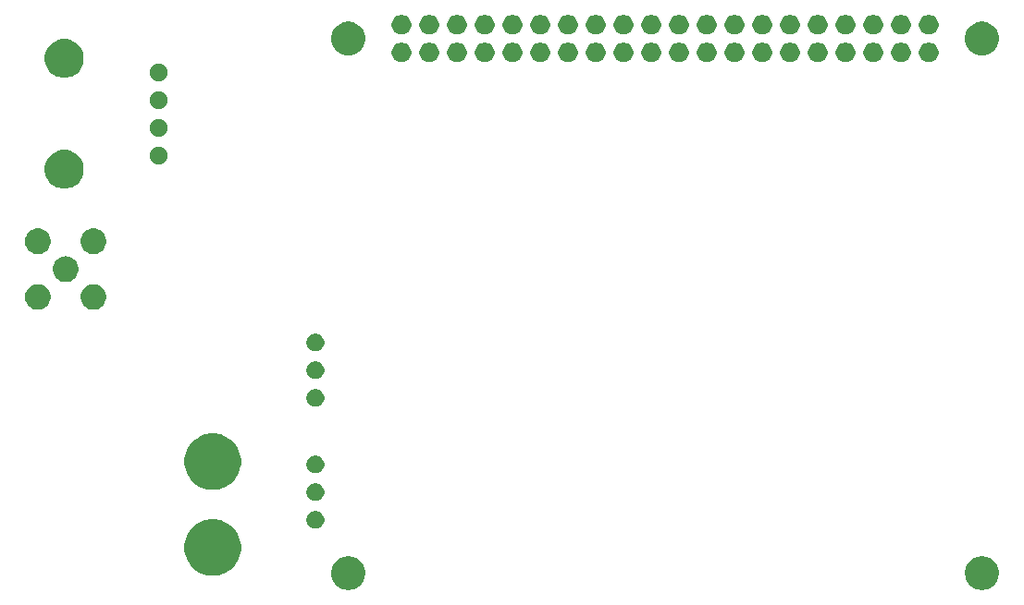
<source format=gbr>
G04 #@! TF.GenerationSoftware,KiCad,Pcbnew,(5.1.4)-1*
G04 #@! TF.CreationDate,2021-01-10T04:06:40-06:00*
G04 #@! TF.ProjectId,Navboard_hardware,4e617662-6f61-4726-945f-686172647761,rev?*
G04 #@! TF.SameCoordinates,Original*
G04 #@! TF.FileFunction,Soldermask,Bot*
G04 #@! TF.FilePolarity,Negative*
%FSLAX46Y46*%
G04 Gerber Fmt 4.6, Leading zero omitted, Abs format (unit mm)*
G04 Created by KiCad (PCBNEW (5.1.4)-1) date 2021-01-10 04:06:40*
%MOMM*%
%LPD*%
G04 APERTURE LIST*
%ADD10C,0.100000*%
G04 APERTURE END LIST*
D10*
G36*
X182974585Y-88326802D02*
G01*
X183124410Y-88356604D01*
X183406674Y-88473521D01*
X183660705Y-88643259D01*
X183876741Y-88859295D01*
X184046479Y-89113326D01*
X184163396Y-89395590D01*
X184163396Y-89395591D01*
X184223000Y-89695239D01*
X184223000Y-90000761D01*
X184193198Y-90150585D01*
X184163396Y-90300410D01*
X184046479Y-90582674D01*
X183876741Y-90836705D01*
X183660705Y-91052741D01*
X183406674Y-91222479D01*
X183124410Y-91339396D01*
X182974585Y-91369198D01*
X182824761Y-91399000D01*
X182519239Y-91399000D01*
X182369415Y-91369198D01*
X182219590Y-91339396D01*
X181937326Y-91222479D01*
X181683295Y-91052741D01*
X181467259Y-90836705D01*
X181297521Y-90582674D01*
X181180604Y-90300410D01*
X181150802Y-90150585D01*
X181121000Y-90000761D01*
X181121000Y-89695239D01*
X181180604Y-89395591D01*
X181180604Y-89395590D01*
X181297521Y-89113326D01*
X181467259Y-88859295D01*
X181683295Y-88643259D01*
X181937326Y-88473521D01*
X182219590Y-88356604D01*
X182369415Y-88326802D01*
X182519239Y-88297000D01*
X182824761Y-88297000D01*
X182974585Y-88326802D01*
X182974585Y-88326802D01*
G37*
G36*
X124974585Y-88326802D02*
G01*
X125124410Y-88356604D01*
X125406674Y-88473521D01*
X125660705Y-88643259D01*
X125876741Y-88859295D01*
X126046479Y-89113326D01*
X126163396Y-89395590D01*
X126163396Y-89395591D01*
X126223000Y-89695239D01*
X126223000Y-90000761D01*
X126193198Y-90150585D01*
X126163396Y-90300410D01*
X126046479Y-90582674D01*
X125876741Y-90836705D01*
X125660705Y-91052741D01*
X125406674Y-91222479D01*
X125124410Y-91339396D01*
X124974585Y-91369198D01*
X124824761Y-91399000D01*
X124519239Y-91399000D01*
X124369415Y-91369198D01*
X124219590Y-91339396D01*
X123937326Y-91222479D01*
X123683295Y-91052741D01*
X123467259Y-90836705D01*
X123297521Y-90582674D01*
X123180604Y-90300410D01*
X123150802Y-90150585D01*
X123121000Y-90000761D01*
X123121000Y-89695239D01*
X123180604Y-89395591D01*
X123180604Y-89395590D01*
X123297521Y-89113326D01*
X123467259Y-88859295D01*
X123683295Y-88643259D01*
X123937326Y-88473521D01*
X124219590Y-88356604D01*
X124369415Y-88326802D01*
X124519239Y-88297000D01*
X124824761Y-88297000D01*
X124974585Y-88326802D01*
X124974585Y-88326802D01*
G37*
G36*
X112856908Y-84978380D02*
G01*
X113023767Y-85011570D01*
X113495299Y-85206885D01*
X113706641Y-85348100D01*
X113919666Y-85490438D01*
X114280562Y-85851334D01*
X114401927Y-86032971D01*
X114564115Y-86275701D01*
X114759430Y-86747233D01*
X114859000Y-87247809D01*
X114859000Y-87758191D01*
X114759430Y-88258767D01*
X114564115Y-88730299D01*
X114401927Y-88973029D01*
X114280562Y-89154666D01*
X113919666Y-89515562D01*
X113738029Y-89636927D01*
X113495299Y-89799115D01*
X113023767Y-89994430D01*
X112856908Y-90027620D01*
X112523193Y-90094000D01*
X112012807Y-90094000D01*
X111679092Y-90027620D01*
X111512233Y-89994430D01*
X111040701Y-89799115D01*
X110797971Y-89636927D01*
X110616334Y-89515562D01*
X110255438Y-89154666D01*
X110134073Y-88973029D01*
X109971885Y-88730299D01*
X109776570Y-88258767D01*
X109677000Y-87758191D01*
X109677000Y-87247809D01*
X109776570Y-86747233D01*
X109971885Y-86275701D01*
X110134073Y-86032971D01*
X110255438Y-85851334D01*
X110616334Y-85490438D01*
X110829359Y-85348100D01*
X111040701Y-85206885D01*
X111512233Y-85011570D01*
X111679092Y-84978380D01*
X112012807Y-84912000D01*
X112523193Y-84912000D01*
X112856908Y-84978380D01*
X112856908Y-84978380D01*
G37*
G36*
X121903142Y-84181242D02*
G01*
X122051101Y-84242529D01*
X122184255Y-84331499D01*
X122297501Y-84444745D01*
X122386471Y-84577899D01*
X122447758Y-84725858D01*
X122479000Y-84882925D01*
X122479000Y-85043075D01*
X122447758Y-85200142D01*
X122386471Y-85348101D01*
X122297501Y-85481255D01*
X122184255Y-85594501D01*
X122051101Y-85683471D01*
X121903142Y-85744758D01*
X121746075Y-85776000D01*
X121585925Y-85776000D01*
X121428858Y-85744758D01*
X121280899Y-85683471D01*
X121147745Y-85594501D01*
X121034499Y-85481255D01*
X120945529Y-85348101D01*
X120884242Y-85200142D01*
X120853000Y-85043075D01*
X120853000Y-84882925D01*
X120884242Y-84725858D01*
X120945529Y-84577899D01*
X121034499Y-84444745D01*
X121147745Y-84331499D01*
X121280899Y-84242529D01*
X121428858Y-84181242D01*
X121585925Y-84150000D01*
X121746075Y-84150000D01*
X121903142Y-84181242D01*
X121903142Y-84181242D01*
G37*
G36*
X121903142Y-81641242D02*
G01*
X122051101Y-81702529D01*
X122184255Y-81791499D01*
X122297501Y-81904745D01*
X122386471Y-82037899D01*
X122447758Y-82185858D01*
X122479000Y-82342925D01*
X122479000Y-82503075D01*
X122447758Y-82660142D01*
X122386471Y-82808101D01*
X122297501Y-82941255D01*
X122184255Y-83054501D01*
X122051101Y-83143471D01*
X121903142Y-83204758D01*
X121746075Y-83236000D01*
X121585925Y-83236000D01*
X121428858Y-83204758D01*
X121280899Y-83143471D01*
X121147745Y-83054501D01*
X121034499Y-82941255D01*
X120945529Y-82808101D01*
X120884242Y-82660142D01*
X120853000Y-82503075D01*
X120853000Y-82342925D01*
X120884242Y-82185858D01*
X120945529Y-82037899D01*
X121034499Y-81904745D01*
X121147745Y-81791499D01*
X121280899Y-81702529D01*
X121428858Y-81641242D01*
X121585925Y-81610000D01*
X121746075Y-81610000D01*
X121903142Y-81641242D01*
X121903142Y-81641242D01*
G37*
G36*
X112856908Y-77104380D02*
G01*
X113023767Y-77137570D01*
X113495299Y-77332885D01*
X113738029Y-77495073D01*
X113919666Y-77616438D01*
X114280562Y-77977334D01*
X114401927Y-78158971D01*
X114564115Y-78401701D01*
X114759430Y-78873233D01*
X114759430Y-78873234D01*
X114859000Y-79373807D01*
X114859000Y-79884193D01*
X114843309Y-79963075D01*
X114759430Y-80384767D01*
X114564115Y-80856299D01*
X114401927Y-81099029D01*
X114280562Y-81280666D01*
X113919666Y-81641562D01*
X113738029Y-81762927D01*
X113495299Y-81925115D01*
X113023767Y-82120430D01*
X112856908Y-82153620D01*
X112523193Y-82220000D01*
X112012807Y-82220000D01*
X111679092Y-82153620D01*
X111512233Y-82120430D01*
X111040701Y-81925115D01*
X110797971Y-81762927D01*
X110616334Y-81641562D01*
X110255438Y-81280666D01*
X110134073Y-81099029D01*
X109971885Y-80856299D01*
X109776570Y-80384767D01*
X109692691Y-79963075D01*
X109677000Y-79884193D01*
X109677000Y-79373807D01*
X109776570Y-78873234D01*
X109776570Y-78873233D01*
X109971885Y-78401701D01*
X110134073Y-78158971D01*
X110255438Y-77977334D01*
X110616334Y-77616438D01*
X110797971Y-77495073D01*
X111040701Y-77332885D01*
X111512233Y-77137570D01*
X111679092Y-77104380D01*
X112012807Y-77038000D01*
X112523193Y-77038000D01*
X112856908Y-77104380D01*
X112856908Y-77104380D01*
G37*
G36*
X121903142Y-79101242D02*
G01*
X122051101Y-79162529D01*
X122184255Y-79251499D01*
X122297501Y-79364745D01*
X122386471Y-79497899D01*
X122447758Y-79645858D01*
X122479000Y-79802925D01*
X122479000Y-79963075D01*
X122447758Y-80120142D01*
X122386471Y-80268101D01*
X122297501Y-80401255D01*
X122184255Y-80514501D01*
X122051101Y-80603471D01*
X121903142Y-80664758D01*
X121746075Y-80696000D01*
X121585925Y-80696000D01*
X121428858Y-80664758D01*
X121280899Y-80603471D01*
X121147745Y-80514501D01*
X121034499Y-80401255D01*
X120945529Y-80268101D01*
X120884242Y-80120142D01*
X120853000Y-79963075D01*
X120853000Y-79802925D01*
X120884242Y-79645858D01*
X120945529Y-79497899D01*
X121034499Y-79364745D01*
X121147745Y-79251499D01*
X121280899Y-79162529D01*
X121428858Y-79101242D01*
X121585925Y-79070000D01*
X121746075Y-79070000D01*
X121903142Y-79101242D01*
X121903142Y-79101242D01*
G37*
G36*
X121903142Y-73005242D02*
G01*
X122051101Y-73066529D01*
X122184255Y-73155499D01*
X122297501Y-73268745D01*
X122386471Y-73401899D01*
X122447758Y-73549858D01*
X122479000Y-73706925D01*
X122479000Y-73867075D01*
X122447758Y-74024142D01*
X122386471Y-74172101D01*
X122297501Y-74305255D01*
X122184255Y-74418501D01*
X122051101Y-74507471D01*
X121903142Y-74568758D01*
X121746075Y-74600000D01*
X121585925Y-74600000D01*
X121428858Y-74568758D01*
X121280899Y-74507471D01*
X121147745Y-74418501D01*
X121034499Y-74305255D01*
X120945529Y-74172101D01*
X120884242Y-74024142D01*
X120853000Y-73867075D01*
X120853000Y-73706925D01*
X120884242Y-73549858D01*
X120945529Y-73401899D01*
X121034499Y-73268745D01*
X121147745Y-73155499D01*
X121280899Y-73066529D01*
X121428858Y-73005242D01*
X121585925Y-72974000D01*
X121746075Y-72974000D01*
X121903142Y-73005242D01*
X121903142Y-73005242D01*
G37*
G36*
X121903142Y-70465242D02*
G01*
X122051101Y-70526529D01*
X122184255Y-70615499D01*
X122297501Y-70728745D01*
X122386471Y-70861899D01*
X122447758Y-71009858D01*
X122479000Y-71166925D01*
X122479000Y-71327075D01*
X122447758Y-71484142D01*
X122386471Y-71632101D01*
X122297501Y-71765255D01*
X122184255Y-71878501D01*
X122051101Y-71967471D01*
X121903142Y-72028758D01*
X121746075Y-72060000D01*
X121585925Y-72060000D01*
X121428858Y-72028758D01*
X121280899Y-71967471D01*
X121147745Y-71878501D01*
X121034499Y-71765255D01*
X120945529Y-71632101D01*
X120884242Y-71484142D01*
X120853000Y-71327075D01*
X120853000Y-71166925D01*
X120884242Y-71009858D01*
X120945529Y-70861899D01*
X121034499Y-70728745D01*
X121147745Y-70615499D01*
X121280899Y-70526529D01*
X121428858Y-70465242D01*
X121585925Y-70434000D01*
X121746075Y-70434000D01*
X121903142Y-70465242D01*
X121903142Y-70465242D01*
G37*
G36*
X121903142Y-67925242D02*
G01*
X122051101Y-67986529D01*
X122184255Y-68075499D01*
X122297501Y-68188745D01*
X122386471Y-68321899D01*
X122447758Y-68469858D01*
X122479000Y-68626925D01*
X122479000Y-68787075D01*
X122447758Y-68944142D01*
X122386471Y-69092101D01*
X122297501Y-69225255D01*
X122184255Y-69338501D01*
X122051101Y-69427471D01*
X121903142Y-69488758D01*
X121746075Y-69520000D01*
X121585925Y-69520000D01*
X121428858Y-69488758D01*
X121280899Y-69427471D01*
X121147745Y-69338501D01*
X121034499Y-69225255D01*
X120945529Y-69092101D01*
X120884242Y-68944142D01*
X120853000Y-68787075D01*
X120853000Y-68626925D01*
X120884242Y-68469858D01*
X120945529Y-68321899D01*
X121034499Y-68188745D01*
X121147745Y-68075499D01*
X121280899Y-67986529D01*
X121428858Y-67925242D01*
X121585925Y-67894000D01*
X121746075Y-67894000D01*
X121903142Y-67925242D01*
X121903142Y-67925242D01*
G37*
G36*
X101547560Y-63365064D02*
G01*
X101699027Y-63395193D01*
X101913045Y-63483842D01*
X101913046Y-63483843D01*
X102105654Y-63612539D01*
X102269461Y-63776346D01*
X102355258Y-63904751D01*
X102398158Y-63968955D01*
X102486807Y-64182973D01*
X102532000Y-64410174D01*
X102532000Y-64641826D01*
X102486807Y-64869027D01*
X102398158Y-65083045D01*
X102398157Y-65083046D01*
X102269461Y-65275654D01*
X102105654Y-65439461D01*
X101977249Y-65525258D01*
X101913045Y-65568158D01*
X101699027Y-65656807D01*
X101547560Y-65686936D01*
X101471827Y-65702000D01*
X101240173Y-65702000D01*
X101164440Y-65686936D01*
X101012973Y-65656807D01*
X100798955Y-65568158D01*
X100734751Y-65525258D01*
X100606346Y-65439461D01*
X100442539Y-65275654D01*
X100313843Y-65083046D01*
X100313842Y-65083045D01*
X100225193Y-64869027D01*
X100180000Y-64641826D01*
X100180000Y-64410174D01*
X100225193Y-64182973D01*
X100313842Y-63968955D01*
X100356742Y-63904751D01*
X100442539Y-63776346D01*
X100606346Y-63612539D01*
X100798954Y-63483843D01*
X100798955Y-63483842D01*
X101012973Y-63395193D01*
X101164440Y-63365064D01*
X101240173Y-63350000D01*
X101471827Y-63350000D01*
X101547560Y-63365064D01*
X101547560Y-63365064D01*
G37*
G36*
X96447560Y-63365064D02*
G01*
X96599027Y-63395193D01*
X96813045Y-63483842D01*
X96813046Y-63483843D01*
X97005654Y-63612539D01*
X97169461Y-63776346D01*
X97255258Y-63904751D01*
X97298158Y-63968955D01*
X97386807Y-64182973D01*
X97432000Y-64410174D01*
X97432000Y-64641826D01*
X97386807Y-64869027D01*
X97298158Y-65083045D01*
X97298157Y-65083046D01*
X97169461Y-65275654D01*
X97005654Y-65439461D01*
X96877249Y-65525258D01*
X96813045Y-65568158D01*
X96599027Y-65656807D01*
X96447560Y-65686936D01*
X96371827Y-65702000D01*
X96140173Y-65702000D01*
X96064440Y-65686936D01*
X95912973Y-65656807D01*
X95698955Y-65568158D01*
X95634751Y-65525258D01*
X95506346Y-65439461D01*
X95342539Y-65275654D01*
X95213843Y-65083046D01*
X95213842Y-65083045D01*
X95125193Y-64869027D01*
X95080000Y-64641826D01*
X95080000Y-64410174D01*
X95125193Y-64182973D01*
X95213842Y-63968955D01*
X95256742Y-63904751D01*
X95342539Y-63776346D01*
X95506346Y-63612539D01*
X95698954Y-63483843D01*
X95698955Y-63483842D01*
X95912973Y-63395193D01*
X96064440Y-63365064D01*
X96140173Y-63350000D01*
X96371827Y-63350000D01*
X96447560Y-63365064D01*
X96447560Y-63365064D01*
G37*
G36*
X98997560Y-60815064D02*
G01*
X99149027Y-60845193D01*
X99363045Y-60933842D01*
X99363046Y-60933843D01*
X99555654Y-61062539D01*
X99719461Y-61226346D01*
X99805258Y-61354751D01*
X99848158Y-61418955D01*
X99936807Y-61632973D01*
X99982000Y-61860174D01*
X99982000Y-62091826D01*
X99936807Y-62319027D01*
X99848158Y-62533045D01*
X99848157Y-62533046D01*
X99719461Y-62725654D01*
X99555654Y-62889461D01*
X99427249Y-62975258D01*
X99363045Y-63018158D01*
X99149027Y-63106807D01*
X98997560Y-63136936D01*
X98921827Y-63152000D01*
X98690173Y-63152000D01*
X98614440Y-63136936D01*
X98462973Y-63106807D01*
X98248955Y-63018158D01*
X98184751Y-62975258D01*
X98056346Y-62889461D01*
X97892539Y-62725654D01*
X97763843Y-62533046D01*
X97763842Y-62533045D01*
X97675193Y-62319027D01*
X97630000Y-62091826D01*
X97630000Y-61860174D01*
X97675193Y-61632973D01*
X97763842Y-61418955D01*
X97806742Y-61354751D01*
X97892539Y-61226346D01*
X98056346Y-61062539D01*
X98248954Y-60933843D01*
X98248955Y-60933842D01*
X98462973Y-60845193D01*
X98614440Y-60815064D01*
X98690173Y-60800000D01*
X98921827Y-60800000D01*
X98997560Y-60815064D01*
X98997560Y-60815064D01*
G37*
G36*
X101547560Y-58265064D02*
G01*
X101699027Y-58295193D01*
X101913045Y-58383842D01*
X101913046Y-58383843D01*
X102105654Y-58512539D01*
X102269461Y-58676346D01*
X102355258Y-58804751D01*
X102398158Y-58868955D01*
X102486807Y-59082973D01*
X102532000Y-59310174D01*
X102532000Y-59541826D01*
X102486807Y-59769027D01*
X102398158Y-59983045D01*
X102398157Y-59983046D01*
X102269461Y-60175654D01*
X102105654Y-60339461D01*
X101977249Y-60425258D01*
X101913045Y-60468158D01*
X101699027Y-60556807D01*
X101547560Y-60586936D01*
X101471827Y-60602000D01*
X101240173Y-60602000D01*
X101164440Y-60586936D01*
X101012973Y-60556807D01*
X100798955Y-60468158D01*
X100734751Y-60425258D01*
X100606346Y-60339461D01*
X100442539Y-60175654D01*
X100313843Y-59983046D01*
X100313842Y-59983045D01*
X100225193Y-59769027D01*
X100180000Y-59541826D01*
X100180000Y-59310174D01*
X100225193Y-59082973D01*
X100313842Y-58868955D01*
X100356742Y-58804751D01*
X100442539Y-58676346D01*
X100606346Y-58512539D01*
X100798954Y-58383843D01*
X100798955Y-58383842D01*
X101012973Y-58295193D01*
X101164440Y-58265064D01*
X101240173Y-58250000D01*
X101471827Y-58250000D01*
X101547560Y-58265064D01*
X101547560Y-58265064D01*
G37*
G36*
X96447560Y-58265064D02*
G01*
X96599027Y-58295193D01*
X96813045Y-58383842D01*
X96813046Y-58383843D01*
X97005654Y-58512539D01*
X97169461Y-58676346D01*
X97255258Y-58804751D01*
X97298158Y-58868955D01*
X97386807Y-59082973D01*
X97432000Y-59310174D01*
X97432000Y-59541826D01*
X97386807Y-59769027D01*
X97298158Y-59983045D01*
X97298157Y-59983046D01*
X97169461Y-60175654D01*
X97005654Y-60339461D01*
X96877249Y-60425258D01*
X96813045Y-60468158D01*
X96599027Y-60556807D01*
X96447560Y-60586936D01*
X96371827Y-60602000D01*
X96140173Y-60602000D01*
X96064440Y-60586936D01*
X95912973Y-60556807D01*
X95698955Y-60468158D01*
X95634751Y-60425258D01*
X95506346Y-60339461D01*
X95342539Y-60175654D01*
X95213843Y-59983046D01*
X95213842Y-59983045D01*
X95125193Y-59769027D01*
X95080000Y-59541826D01*
X95080000Y-59310174D01*
X95125193Y-59082973D01*
X95213842Y-58868955D01*
X95256742Y-58804751D01*
X95342539Y-58676346D01*
X95506346Y-58512539D01*
X95698954Y-58383843D01*
X95698955Y-58383842D01*
X95912973Y-58295193D01*
X96064440Y-58265064D01*
X96140173Y-58250000D01*
X96371827Y-58250000D01*
X96447560Y-58265064D01*
X96447560Y-58265064D01*
G37*
G36*
X99197039Y-51124250D02*
G01*
X99386372Y-51202675D01*
X99520251Y-51258129D01*
X99811134Y-51452491D01*
X100058509Y-51699866D01*
X100252871Y-51990749D01*
X100252871Y-51990750D01*
X100386750Y-52313961D01*
X100455000Y-52657078D01*
X100455000Y-53006922D01*
X100386750Y-53350039D01*
X100308325Y-53539372D01*
X100252871Y-53673251D01*
X100058509Y-53964134D01*
X99811134Y-54211509D01*
X99520251Y-54405871D01*
X99386372Y-54461325D01*
X99197039Y-54539750D01*
X98853922Y-54608000D01*
X98504078Y-54608000D01*
X98160961Y-54539750D01*
X97971628Y-54461325D01*
X97837749Y-54405871D01*
X97546866Y-54211509D01*
X97299491Y-53964134D01*
X97105129Y-53673251D01*
X97049675Y-53539372D01*
X96971250Y-53350039D01*
X96903000Y-53006922D01*
X96903000Y-52657078D01*
X96971250Y-52313961D01*
X97105129Y-51990750D01*
X97105129Y-51990749D01*
X97299491Y-51699866D01*
X97546866Y-51452491D01*
X97837749Y-51258129D01*
X97971628Y-51202675D01*
X98160961Y-51124250D01*
X98504078Y-51056000D01*
X98853922Y-51056000D01*
X99197039Y-51124250D01*
X99197039Y-51124250D01*
G37*
G36*
X107552142Y-50780242D02*
G01*
X107700101Y-50841529D01*
X107833255Y-50930499D01*
X107946501Y-51043745D01*
X108035471Y-51176899D01*
X108096758Y-51324858D01*
X108128000Y-51481925D01*
X108128000Y-51642075D01*
X108096758Y-51799142D01*
X108035471Y-51947101D01*
X107946501Y-52080255D01*
X107833255Y-52193501D01*
X107700101Y-52282471D01*
X107552142Y-52343758D01*
X107395075Y-52375000D01*
X107234925Y-52375000D01*
X107077858Y-52343758D01*
X106929899Y-52282471D01*
X106796745Y-52193501D01*
X106683499Y-52080255D01*
X106594529Y-51947101D01*
X106533242Y-51799142D01*
X106502000Y-51642075D01*
X106502000Y-51481925D01*
X106533242Y-51324858D01*
X106594529Y-51176899D01*
X106683499Y-51043745D01*
X106796745Y-50930499D01*
X106929899Y-50841529D01*
X107077858Y-50780242D01*
X107234925Y-50749000D01*
X107395075Y-50749000D01*
X107552142Y-50780242D01*
X107552142Y-50780242D01*
G37*
G36*
X107552142Y-48240242D02*
G01*
X107700101Y-48301529D01*
X107833255Y-48390499D01*
X107946501Y-48503745D01*
X108035471Y-48636899D01*
X108096758Y-48784858D01*
X108128000Y-48941925D01*
X108128000Y-49102075D01*
X108096758Y-49259142D01*
X108035471Y-49407101D01*
X107946501Y-49540255D01*
X107833255Y-49653501D01*
X107700101Y-49742471D01*
X107552142Y-49803758D01*
X107395075Y-49835000D01*
X107234925Y-49835000D01*
X107077858Y-49803758D01*
X106929899Y-49742471D01*
X106796745Y-49653501D01*
X106683499Y-49540255D01*
X106594529Y-49407101D01*
X106533242Y-49259142D01*
X106502000Y-49102075D01*
X106502000Y-48941925D01*
X106533242Y-48784858D01*
X106594529Y-48636899D01*
X106683499Y-48503745D01*
X106796745Y-48390499D01*
X106929899Y-48301529D01*
X107077858Y-48240242D01*
X107234925Y-48209000D01*
X107395075Y-48209000D01*
X107552142Y-48240242D01*
X107552142Y-48240242D01*
G37*
G36*
X107552142Y-45700242D02*
G01*
X107700101Y-45761529D01*
X107833255Y-45850499D01*
X107946501Y-45963745D01*
X108035471Y-46096899D01*
X108096758Y-46244858D01*
X108128000Y-46401925D01*
X108128000Y-46562075D01*
X108096758Y-46719142D01*
X108035471Y-46867101D01*
X107946501Y-47000255D01*
X107833255Y-47113501D01*
X107700101Y-47202471D01*
X107552142Y-47263758D01*
X107395075Y-47295000D01*
X107234925Y-47295000D01*
X107077858Y-47263758D01*
X106929899Y-47202471D01*
X106796745Y-47113501D01*
X106683499Y-47000255D01*
X106594529Y-46867101D01*
X106533242Y-46719142D01*
X106502000Y-46562075D01*
X106502000Y-46401925D01*
X106533242Y-46244858D01*
X106594529Y-46096899D01*
X106683499Y-45963745D01*
X106796745Y-45850499D01*
X106929899Y-45761529D01*
X107077858Y-45700242D01*
X107234925Y-45669000D01*
X107395075Y-45669000D01*
X107552142Y-45700242D01*
X107552142Y-45700242D01*
G37*
G36*
X107552142Y-43160242D02*
G01*
X107700101Y-43221529D01*
X107833255Y-43310499D01*
X107946501Y-43423745D01*
X108035471Y-43556899D01*
X108096758Y-43704858D01*
X108128000Y-43861925D01*
X108128000Y-44022075D01*
X108096758Y-44179142D01*
X108035471Y-44327101D01*
X107946501Y-44460255D01*
X107833255Y-44573501D01*
X107700101Y-44662471D01*
X107552142Y-44723758D01*
X107395075Y-44755000D01*
X107234925Y-44755000D01*
X107077858Y-44723758D01*
X106929899Y-44662471D01*
X106796745Y-44573501D01*
X106683499Y-44460255D01*
X106594529Y-44327101D01*
X106533242Y-44179142D01*
X106502000Y-44022075D01*
X106502000Y-43861925D01*
X106533242Y-43704858D01*
X106594529Y-43556899D01*
X106683499Y-43423745D01*
X106796745Y-43310499D01*
X106929899Y-43221529D01*
X107077858Y-43160242D01*
X107234925Y-43129000D01*
X107395075Y-43129000D01*
X107552142Y-43160242D01*
X107552142Y-43160242D01*
G37*
G36*
X99197039Y-40964250D02*
G01*
X99386372Y-41042675D01*
X99520251Y-41098129D01*
X99811134Y-41292491D01*
X100058509Y-41539866D01*
X100252871Y-41830749D01*
X100255338Y-41836705D01*
X100386750Y-42153961D01*
X100455000Y-42497078D01*
X100455000Y-42846922D01*
X100386750Y-43190039D01*
X100336853Y-43310501D01*
X100252871Y-43513251D01*
X100058509Y-43804134D01*
X99811134Y-44051509D01*
X99520251Y-44245871D01*
X99386372Y-44301325D01*
X99197039Y-44379750D01*
X98853922Y-44448000D01*
X98504078Y-44448000D01*
X98160961Y-44379750D01*
X97971628Y-44301325D01*
X97837749Y-44245871D01*
X97546866Y-44051509D01*
X97299491Y-43804134D01*
X97105129Y-43513251D01*
X97021147Y-43310501D01*
X96971250Y-43190039D01*
X96903000Y-42846922D01*
X96903000Y-42497078D01*
X96971250Y-42153961D01*
X97102662Y-41836705D01*
X97105129Y-41830749D01*
X97299491Y-41539866D01*
X97546866Y-41292491D01*
X97837749Y-41098129D01*
X97971628Y-41042675D01*
X98160961Y-40964250D01*
X98504078Y-40896000D01*
X98853922Y-40896000D01*
X99197039Y-40964250D01*
X99197039Y-40964250D01*
G37*
G36*
X129655512Y-41221927D02*
G01*
X129804812Y-41251624D01*
X129968784Y-41319544D01*
X130116354Y-41418147D01*
X130241853Y-41543646D01*
X130340456Y-41691216D01*
X130408376Y-41855188D01*
X130443000Y-42029259D01*
X130443000Y-42206741D01*
X130408376Y-42380812D01*
X130340456Y-42544784D01*
X130241853Y-42692354D01*
X130116354Y-42817853D01*
X129968784Y-42916456D01*
X129804812Y-42984376D01*
X129655512Y-43014073D01*
X129630742Y-43019000D01*
X129453258Y-43019000D01*
X129428488Y-43014073D01*
X129279188Y-42984376D01*
X129115216Y-42916456D01*
X128967646Y-42817853D01*
X128842147Y-42692354D01*
X128743544Y-42544784D01*
X128675624Y-42380812D01*
X128641000Y-42206741D01*
X128641000Y-42029259D01*
X128675624Y-41855188D01*
X128743544Y-41691216D01*
X128842147Y-41543646D01*
X128967646Y-41418147D01*
X129115216Y-41319544D01*
X129279188Y-41251624D01*
X129428488Y-41221927D01*
X129453258Y-41217000D01*
X129630742Y-41217000D01*
X129655512Y-41221927D01*
X129655512Y-41221927D01*
G37*
G36*
X132195512Y-41221927D02*
G01*
X132344812Y-41251624D01*
X132508784Y-41319544D01*
X132656354Y-41418147D01*
X132781853Y-41543646D01*
X132880456Y-41691216D01*
X132948376Y-41855188D01*
X132983000Y-42029259D01*
X132983000Y-42206741D01*
X132948376Y-42380812D01*
X132880456Y-42544784D01*
X132781853Y-42692354D01*
X132656354Y-42817853D01*
X132508784Y-42916456D01*
X132344812Y-42984376D01*
X132195512Y-43014073D01*
X132170742Y-43019000D01*
X131993258Y-43019000D01*
X131968488Y-43014073D01*
X131819188Y-42984376D01*
X131655216Y-42916456D01*
X131507646Y-42817853D01*
X131382147Y-42692354D01*
X131283544Y-42544784D01*
X131215624Y-42380812D01*
X131181000Y-42206741D01*
X131181000Y-42029259D01*
X131215624Y-41855188D01*
X131283544Y-41691216D01*
X131382147Y-41543646D01*
X131507646Y-41418147D01*
X131655216Y-41319544D01*
X131819188Y-41251624D01*
X131968488Y-41221927D01*
X131993258Y-41217000D01*
X132170742Y-41217000D01*
X132195512Y-41221927D01*
X132195512Y-41221927D01*
G37*
G36*
X134735512Y-41221927D02*
G01*
X134884812Y-41251624D01*
X135048784Y-41319544D01*
X135196354Y-41418147D01*
X135321853Y-41543646D01*
X135420456Y-41691216D01*
X135488376Y-41855188D01*
X135523000Y-42029259D01*
X135523000Y-42206741D01*
X135488376Y-42380812D01*
X135420456Y-42544784D01*
X135321853Y-42692354D01*
X135196354Y-42817853D01*
X135048784Y-42916456D01*
X134884812Y-42984376D01*
X134735512Y-43014073D01*
X134710742Y-43019000D01*
X134533258Y-43019000D01*
X134508488Y-43014073D01*
X134359188Y-42984376D01*
X134195216Y-42916456D01*
X134047646Y-42817853D01*
X133922147Y-42692354D01*
X133823544Y-42544784D01*
X133755624Y-42380812D01*
X133721000Y-42206741D01*
X133721000Y-42029259D01*
X133755624Y-41855188D01*
X133823544Y-41691216D01*
X133922147Y-41543646D01*
X134047646Y-41418147D01*
X134195216Y-41319544D01*
X134359188Y-41251624D01*
X134508488Y-41221927D01*
X134533258Y-41217000D01*
X134710742Y-41217000D01*
X134735512Y-41221927D01*
X134735512Y-41221927D01*
G37*
G36*
X137275512Y-41221927D02*
G01*
X137424812Y-41251624D01*
X137588784Y-41319544D01*
X137736354Y-41418147D01*
X137861853Y-41543646D01*
X137960456Y-41691216D01*
X138028376Y-41855188D01*
X138063000Y-42029259D01*
X138063000Y-42206741D01*
X138028376Y-42380812D01*
X137960456Y-42544784D01*
X137861853Y-42692354D01*
X137736354Y-42817853D01*
X137588784Y-42916456D01*
X137424812Y-42984376D01*
X137275512Y-43014073D01*
X137250742Y-43019000D01*
X137073258Y-43019000D01*
X137048488Y-43014073D01*
X136899188Y-42984376D01*
X136735216Y-42916456D01*
X136587646Y-42817853D01*
X136462147Y-42692354D01*
X136363544Y-42544784D01*
X136295624Y-42380812D01*
X136261000Y-42206741D01*
X136261000Y-42029259D01*
X136295624Y-41855188D01*
X136363544Y-41691216D01*
X136462147Y-41543646D01*
X136587646Y-41418147D01*
X136735216Y-41319544D01*
X136899188Y-41251624D01*
X137048488Y-41221927D01*
X137073258Y-41217000D01*
X137250742Y-41217000D01*
X137275512Y-41221927D01*
X137275512Y-41221927D01*
G37*
G36*
X139815512Y-41221927D02*
G01*
X139964812Y-41251624D01*
X140128784Y-41319544D01*
X140276354Y-41418147D01*
X140401853Y-41543646D01*
X140500456Y-41691216D01*
X140568376Y-41855188D01*
X140603000Y-42029259D01*
X140603000Y-42206741D01*
X140568376Y-42380812D01*
X140500456Y-42544784D01*
X140401853Y-42692354D01*
X140276354Y-42817853D01*
X140128784Y-42916456D01*
X139964812Y-42984376D01*
X139815512Y-43014073D01*
X139790742Y-43019000D01*
X139613258Y-43019000D01*
X139588488Y-43014073D01*
X139439188Y-42984376D01*
X139275216Y-42916456D01*
X139127646Y-42817853D01*
X139002147Y-42692354D01*
X138903544Y-42544784D01*
X138835624Y-42380812D01*
X138801000Y-42206741D01*
X138801000Y-42029259D01*
X138835624Y-41855188D01*
X138903544Y-41691216D01*
X139002147Y-41543646D01*
X139127646Y-41418147D01*
X139275216Y-41319544D01*
X139439188Y-41251624D01*
X139588488Y-41221927D01*
X139613258Y-41217000D01*
X139790742Y-41217000D01*
X139815512Y-41221927D01*
X139815512Y-41221927D01*
G37*
G36*
X142355512Y-41221927D02*
G01*
X142504812Y-41251624D01*
X142668784Y-41319544D01*
X142816354Y-41418147D01*
X142941853Y-41543646D01*
X143040456Y-41691216D01*
X143108376Y-41855188D01*
X143143000Y-42029259D01*
X143143000Y-42206741D01*
X143108376Y-42380812D01*
X143040456Y-42544784D01*
X142941853Y-42692354D01*
X142816354Y-42817853D01*
X142668784Y-42916456D01*
X142504812Y-42984376D01*
X142355512Y-43014073D01*
X142330742Y-43019000D01*
X142153258Y-43019000D01*
X142128488Y-43014073D01*
X141979188Y-42984376D01*
X141815216Y-42916456D01*
X141667646Y-42817853D01*
X141542147Y-42692354D01*
X141443544Y-42544784D01*
X141375624Y-42380812D01*
X141341000Y-42206741D01*
X141341000Y-42029259D01*
X141375624Y-41855188D01*
X141443544Y-41691216D01*
X141542147Y-41543646D01*
X141667646Y-41418147D01*
X141815216Y-41319544D01*
X141979188Y-41251624D01*
X142128488Y-41221927D01*
X142153258Y-41217000D01*
X142330742Y-41217000D01*
X142355512Y-41221927D01*
X142355512Y-41221927D01*
G37*
G36*
X144895512Y-41221927D02*
G01*
X145044812Y-41251624D01*
X145208784Y-41319544D01*
X145356354Y-41418147D01*
X145481853Y-41543646D01*
X145580456Y-41691216D01*
X145648376Y-41855188D01*
X145683000Y-42029259D01*
X145683000Y-42206741D01*
X145648376Y-42380812D01*
X145580456Y-42544784D01*
X145481853Y-42692354D01*
X145356354Y-42817853D01*
X145208784Y-42916456D01*
X145044812Y-42984376D01*
X144895512Y-43014073D01*
X144870742Y-43019000D01*
X144693258Y-43019000D01*
X144668488Y-43014073D01*
X144519188Y-42984376D01*
X144355216Y-42916456D01*
X144207646Y-42817853D01*
X144082147Y-42692354D01*
X143983544Y-42544784D01*
X143915624Y-42380812D01*
X143881000Y-42206741D01*
X143881000Y-42029259D01*
X143915624Y-41855188D01*
X143983544Y-41691216D01*
X144082147Y-41543646D01*
X144207646Y-41418147D01*
X144355216Y-41319544D01*
X144519188Y-41251624D01*
X144668488Y-41221927D01*
X144693258Y-41217000D01*
X144870742Y-41217000D01*
X144895512Y-41221927D01*
X144895512Y-41221927D01*
G37*
G36*
X147435512Y-41221927D02*
G01*
X147584812Y-41251624D01*
X147748784Y-41319544D01*
X147896354Y-41418147D01*
X148021853Y-41543646D01*
X148120456Y-41691216D01*
X148188376Y-41855188D01*
X148223000Y-42029259D01*
X148223000Y-42206741D01*
X148188376Y-42380812D01*
X148120456Y-42544784D01*
X148021853Y-42692354D01*
X147896354Y-42817853D01*
X147748784Y-42916456D01*
X147584812Y-42984376D01*
X147435512Y-43014073D01*
X147410742Y-43019000D01*
X147233258Y-43019000D01*
X147208488Y-43014073D01*
X147059188Y-42984376D01*
X146895216Y-42916456D01*
X146747646Y-42817853D01*
X146622147Y-42692354D01*
X146523544Y-42544784D01*
X146455624Y-42380812D01*
X146421000Y-42206741D01*
X146421000Y-42029259D01*
X146455624Y-41855188D01*
X146523544Y-41691216D01*
X146622147Y-41543646D01*
X146747646Y-41418147D01*
X146895216Y-41319544D01*
X147059188Y-41251624D01*
X147208488Y-41221927D01*
X147233258Y-41217000D01*
X147410742Y-41217000D01*
X147435512Y-41221927D01*
X147435512Y-41221927D01*
G37*
G36*
X149975512Y-41221927D02*
G01*
X150124812Y-41251624D01*
X150288784Y-41319544D01*
X150436354Y-41418147D01*
X150561853Y-41543646D01*
X150660456Y-41691216D01*
X150728376Y-41855188D01*
X150763000Y-42029259D01*
X150763000Y-42206741D01*
X150728376Y-42380812D01*
X150660456Y-42544784D01*
X150561853Y-42692354D01*
X150436354Y-42817853D01*
X150288784Y-42916456D01*
X150124812Y-42984376D01*
X149975512Y-43014073D01*
X149950742Y-43019000D01*
X149773258Y-43019000D01*
X149748488Y-43014073D01*
X149599188Y-42984376D01*
X149435216Y-42916456D01*
X149287646Y-42817853D01*
X149162147Y-42692354D01*
X149063544Y-42544784D01*
X148995624Y-42380812D01*
X148961000Y-42206741D01*
X148961000Y-42029259D01*
X148995624Y-41855188D01*
X149063544Y-41691216D01*
X149162147Y-41543646D01*
X149287646Y-41418147D01*
X149435216Y-41319544D01*
X149599188Y-41251624D01*
X149748488Y-41221927D01*
X149773258Y-41217000D01*
X149950742Y-41217000D01*
X149975512Y-41221927D01*
X149975512Y-41221927D01*
G37*
G36*
X177915512Y-41221927D02*
G01*
X178064812Y-41251624D01*
X178228784Y-41319544D01*
X178376354Y-41418147D01*
X178501853Y-41543646D01*
X178600456Y-41691216D01*
X178668376Y-41855188D01*
X178703000Y-42029259D01*
X178703000Y-42206741D01*
X178668376Y-42380812D01*
X178600456Y-42544784D01*
X178501853Y-42692354D01*
X178376354Y-42817853D01*
X178228784Y-42916456D01*
X178064812Y-42984376D01*
X177915512Y-43014073D01*
X177890742Y-43019000D01*
X177713258Y-43019000D01*
X177688488Y-43014073D01*
X177539188Y-42984376D01*
X177375216Y-42916456D01*
X177227646Y-42817853D01*
X177102147Y-42692354D01*
X177003544Y-42544784D01*
X176935624Y-42380812D01*
X176901000Y-42206741D01*
X176901000Y-42029259D01*
X176935624Y-41855188D01*
X177003544Y-41691216D01*
X177102147Y-41543646D01*
X177227646Y-41418147D01*
X177375216Y-41319544D01*
X177539188Y-41251624D01*
X177688488Y-41221927D01*
X177713258Y-41217000D01*
X177890742Y-41217000D01*
X177915512Y-41221927D01*
X177915512Y-41221927D01*
G37*
G36*
X172835512Y-41221927D02*
G01*
X172984812Y-41251624D01*
X173148784Y-41319544D01*
X173296354Y-41418147D01*
X173421853Y-41543646D01*
X173520456Y-41691216D01*
X173588376Y-41855188D01*
X173623000Y-42029259D01*
X173623000Y-42206741D01*
X173588376Y-42380812D01*
X173520456Y-42544784D01*
X173421853Y-42692354D01*
X173296354Y-42817853D01*
X173148784Y-42916456D01*
X172984812Y-42984376D01*
X172835512Y-43014073D01*
X172810742Y-43019000D01*
X172633258Y-43019000D01*
X172608488Y-43014073D01*
X172459188Y-42984376D01*
X172295216Y-42916456D01*
X172147646Y-42817853D01*
X172022147Y-42692354D01*
X171923544Y-42544784D01*
X171855624Y-42380812D01*
X171821000Y-42206741D01*
X171821000Y-42029259D01*
X171855624Y-41855188D01*
X171923544Y-41691216D01*
X172022147Y-41543646D01*
X172147646Y-41418147D01*
X172295216Y-41319544D01*
X172459188Y-41251624D01*
X172608488Y-41221927D01*
X172633258Y-41217000D01*
X172810742Y-41217000D01*
X172835512Y-41221927D01*
X172835512Y-41221927D01*
G37*
G36*
X170295512Y-41221927D02*
G01*
X170444812Y-41251624D01*
X170608784Y-41319544D01*
X170756354Y-41418147D01*
X170881853Y-41543646D01*
X170980456Y-41691216D01*
X171048376Y-41855188D01*
X171083000Y-42029259D01*
X171083000Y-42206741D01*
X171048376Y-42380812D01*
X170980456Y-42544784D01*
X170881853Y-42692354D01*
X170756354Y-42817853D01*
X170608784Y-42916456D01*
X170444812Y-42984376D01*
X170295512Y-43014073D01*
X170270742Y-43019000D01*
X170093258Y-43019000D01*
X170068488Y-43014073D01*
X169919188Y-42984376D01*
X169755216Y-42916456D01*
X169607646Y-42817853D01*
X169482147Y-42692354D01*
X169383544Y-42544784D01*
X169315624Y-42380812D01*
X169281000Y-42206741D01*
X169281000Y-42029259D01*
X169315624Y-41855188D01*
X169383544Y-41691216D01*
X169482147Y-41543646D01*
X169607646Y-41418147D01*
X169755216Y-41319544D01*
X169919188Y-41251624D01*
X170068488Y-41221927D01*
X170093258Y-41217000D01*
X170270742Y-41217000D01*
X170295512Y-41221927D01*
X170295512Y-41221927D01*
G37*
G36*
X167755512Y-41221927D02*
G01*
X167904812Y-41251624D01*
X168068784Y-41319544D01*
X168216354Y-41418147D01*
X168341853Y-41543646D01*
X168440456Y-41691216D01*
X168508376Y-41855188D01*
X168543000Y-42029259D01*
X168543000Y-42206741D01*
X168508376Y-42380812D01*
X168440456Y-42544784D01*
X168341853Y-42692354D01*
X168216354Y-42817853D01*
X168068784Y-42916456D01*
X167904812Y-42984376D01*
X167755512Y-43014073D01*
X167730742Y-43019000D01*
X167553258Y-43019000D01*
X167528488Y-43014073D01*
X167379188Y-42984376D01*
X167215216Y-42916456D01*
X167067646Y-42817853D01*
X166942147Y-42692354D01*
X166843544Y-42544784D01*
X166775624Y-42380812D01*
X166741000Y-42206741D01*
X166741000Y-42029259D01*
X166775624Y-41855188D01*
X166843544Y-41691216D01*
X166942147Y-41543646D01*
X167067646Y-41418147D01*
X167215216Y-41319544D01*
X167379188Y-41251624D01*
X167528488Y-41221927D01*
X167553258Y-41217000D01*
X167730742Y-41217000D01*
X167755512Y-41221927D01*
X167755512Y-41221927D01*
G37*
G36*
X165215512Y-41221927D02*
G01*
X165364812Y-41251624D01*
X165528784Y-41319544D01*
X165676354Y-41418147D01*
X165801853Y-41543646D01*
X165900456Y-41691216D01*
X165968376Y-41855188D01*
X166003000Y-42029259D01*
X166003000Y-42206741D01*
X165968376Y-42380812D01*
X165900456Y-42544784D01*
X165801853Y-42692354D01*
X165676354Y-42817853D01*
X165528784Y-42916456D01*
X165364812Y-42984376D01*
X165215512Y-43014073D01*
X165190742Y-43019000D01*
X165013258Y-43019000D01*
X164988488Y-43014073D01*
X164839188Y-42984376D01*
X164675216Y-42916456D01*
X164527646Y-42817853D01*
X164402147Y-42692354D01*
X164303544Y-42544784D01*
X164235624Y-42380812D01*
X164201000Y-42206741D01*
X164201000Y-42029259D01*
X164235624Y-41855188D01*
X164303544Y-41691216D01*
X164402147Y-41543646D01*
X164527646Y-41418147D01*
X164675216Y-41319544D01*
X164839188Y-41251624D01*
X164988488Y-41221927D01*
X165013258Y-41217000D01*
X165190742Y-41217000D01*
X165215512Y-41221927D01*
X165215512Y-41221927D01*
G37*
G36*
X162675512Y-41221927D02*
G01*
X162824812Y-41251624D01*
X162988784Y-41319544D01*
X163136354Y-41418147D01*
X163261853Y-41543646D01*
X163360456Y-41691216D01*
X163428376Y-41855188D01*
X163463000Y-42029259D01*
X163463000Y-42206741D01*
X163428376Y-42380812D01*
X163360456Y-42544784D01*
X163261853Y-42692354D01*
X163136354Y-42817853D01*
X162988784Y-42916456D01*
X162824812Y-42984376D01*
X162675512Y-43014073D01*
X162650742Y-43019000D01*
X162473258Y-43019000D01*
X162448488Y-43014073D01*
X162299188Y-42984376D01*
X162135216Y-42916456D01*
X161987646Y-42817853D01*
X161862147Y-42692354D01*
X161763544Y-42544784D01*
X161695624Y-42380812D01*
X161661000Y-42206741D01*
X161661000Y-42029259D01*
X161695624Y-41855188D01*
X161763544Y-41691216D01*
X161862147Y-41543646D01*
X161987646Y-41418147D01*
X162135216Y-41319544D01*
X162299188Y-41251624D01*
X162448488Y-41221927D01*
X162473258Y-41217000D01*
X162650742Y-41217000D01*
X162675512Y-41221927D01*
X162675512Y-41221927D01*
G37*
G36*
X160135512Y-41221927D02*
G01*
X160284812Y-41251624D01*
X160448784Y-41319544D01*
X160596354Y-41418147D01*
X160721853Y-41543646D01*
X160820456Y-41691216D01*
X160888376Y-41855188D01*
X160923000Y-42029259D01*
X160923000Y-42206741D01*
X160888376Y-42380812D01*
X160820456Y-42544784D01*
X160721853Y-42692354D01*
X160596354Y-42817853D01*
X160448784Y-42916456D01*
X160284812Y-42984376D01*
X160135512Y-43014073D01*
X160110742Y-43019000D01*
X159933258Y-43019000D01*
X159908488Y-43014073D01*
X159759188Y-42984376D01*
X159595216Y-42916456D01*
X159447646Y-42817853D01*
X159322147Y-42692354D01*
X159223544Y-42544784D01*
X159155624Y-42380812D01*
X159121000Y-42206741D01*
X159121000Y-42029259D01*
X159155624Y-41855188D01*
X159223544Y-41691216D01*
X159322147Y-41543646D01*
X159447646Y-41418147D01*
X159595216Y-41319544D01*
X159759188Y-41251624D01*
X159908488Y-41221927D01*
X159933258Y-41217000D01*
X160110742Y-41217000D01*
X160135512Y-41221927D01*
X160135512Y-41221927D01*
G37*
G36*
X157595512Y-41221927D02*
G01*
X157744812Y-41251624D01*
X157908784Y-41319544D01*
X158056354Y-41418147D01*
X158181853Y-41543646D01*
X158280456Y-41691216D01*
X158348376Y-41855188D01*
X158383000Y-42029259D01*
X158383000Y-42206741D01*
X158348376Y-42380812D01*
X158280456Y-42544784D01*
X158181853Y-42692354D01*
X158056354Y-42817853D01*
X157908784Y-42916456D01*
X157744812Y-42984376D01*
X157595512Y-43014073D01*
X157570742Y-43019000D01*
X157393258Y-43019000D01*
X157368488Y-43014073D01*
X157219188Y-42984376D01*
X157055216Y-42916456D01*
X156907646Y-42817853D01*
X156782147Y-42692354D01*
X156683544Y-42544784D01*
X156615624Y-42380812D01*
X156581000Y-42206741D01*
X156581000Y-42029259D01*
X156615624Y-41855188D01*
X156683544Y-41691216D01*
X156782147Y-41543646D01*
X156907646Y-41418147D01*
X157055216Y-41319544D01*
X157219188Y-41251624D01*
X157368488Y-41221927D01*
X157393258Y-41217000D01*
X157570742Y-41217000D01*
X157595512Y-41221927D01*
X157595512Y-41221927D01*
G37*
G36*
X155055512Y-41221927D02*
G01*
X155204812Y-41251624D01*
X155368784Y-41319544D01*
X155516354Y-41418147D01*
X155641853Y-41543646D01*
X155740456Y-41691216D01*
X155808376Y-41855188D01*
X155843000Y-42029259D01*
X155843000Y-42206741D01*
X155808376Y-42380812D01*
X155740456Y-42544784D01*
X155641853Y-42692354D01*
X155516354Y-42817853D01*
X155368784Y-42916456D01*
X155204812Y-42984376D01*
X155055512Y-43014073D01*
X155030742Y-43019000D01*
X154853258Y-43019000D01*
X154828488Y-43014073D01*
X154679188Y-42984376D01*
X154515216Y-42916456D01*
X154367646Y-42817853D01*
X154242147Y-42692354D01*
X154143544Y-42544784D01*
X154075624Y-42380812D01*
X154041000Y-42206741D01*
X154041000Y-42029259D01*
X154075624Y-41855188D01*
X154143544Y-41691216D01*
X154242147Y-41543646D01*
X154367646Y-41418147D01*
X154515216Y-41319544D01*
X154679188Y-41251624D01*
X154828488Y-41221927D01*
X154853258Y-41217000D01*
X155030742Y-41217000D01*
X155055512Y-41221927D01*
X155055512Y-41221927D01*
G37*
G36*
X152515512Y-41221927D02*
G01*
X152664812Y-41251624D01*
X152828784Y-41319544D01*
X152976354Y-41418147D01*
X153101853Y-41543646D01*
X153200456Y-41691216D01*
X153268376Y-41855188D01*
X153303000Y-42029259D01*
X153303000Y-42206741D01*
X153268376Y-42380812D01*
X153200456Y-42544784D01*
X153101853Y-42692354D01*
X152976354Y-42817853D01*
X152828784Y-42916456D01*
X152664812Y-42984376D01*
X152515512Y-43014073D01*
X152490742Y-43019000D01*
X152313258Y-43019000D01*
X152288488Y-43014073D01*
X152139188Y-42984376D01*
X151975216Y-42916456D01*
X151827646Y-42817853D01*
X151702147Y-42692354D01*
X151603544Y-42544784D01*
X151535624Y-42380812D01*
X151501000Y-42206741D01*
X151501000Y-42029259D01*
X151535624Y-41855188D01*
X151603544Y-41691216D01*
X151702147Y-41543646D01*
X151827646Y-41418147D01*
X151975216Y-41319544D01*
X152139188Y-41251624D01*
X152288488Y-41221927D01*
X152313258Y-41217000D01*
X152490742Y-41217000D01*
X152515512Y-41221927D01*
X152515512Y-41221927D01*
G37*
G36*
X175375512Y-41221927D02*
G01*
X175524812Y-41251624D01*
X175688784Y-41319544D01*
X175836354Y-41418147D01*
X175961853Y-41543646D01*
X176060456Y-41691216D01*
X176128376Y-41855188D01*
X176163000Y-42029259D01*
X176163000Y-42206741D01*
X176128376Y-42380812D01*
X176060456Y-42544784D01*
X175961853Y-42692354D01*
X175836354Y-42817853D01*
X175688784Y-42916456D01*
X175524812Y-42984376D01*
X175375512Y-43014073D01*
X175350742Y-43019000D01*
X175173258Y-43019000D01*
X175148488Y-43014073D01*
X174999188Y-42984376D01*
X174835216Y-42916456D01*
X174687646Y-42817853D01*
X174562147Y-42692354D01*
X174463544Y-42544784D01*
X174395624Y-42380812D01*
X174361000Y-42206741D01*
X174361000Y-42029259D01*
X174395624Y-41855188D01*
X174463544Y-41691216D01*
X174562147Y-41543646D01*
X174687646Y-41418147D01*
X174835216Y-41319544D01*
X174999188Y-41251624D01*
X175148488Y-41221927D01*
X175173258Y-41217000D01*
X175350742Y-41217000D01*
X175375512Y-41221927D01*
X175375512Y-41221927D01*
G37*
G36*
X182974585Y-39326802D02*
G01*
X183124410Y-39356604D01*
X183406674Y-39473521D01*
X183660705Y-39643259D01*
X183876741Y-39859295D01*
X184046479Y-40113326D01*
X184163396Y-40395590D01*
X184223000Y-40695240D01*
X184223000Y-41000760D01*
X184163396Y-41300410D01*
X184046479Y-41582674D01*
X183876741Y-41836705D01*
X183660705Y-42052741D01*
X183406674Y-42222479D01*
X183124410Y-42339396D01*
X182974585Y-42369198D01*
X182824761Y-42399000D01*
X182519239Y-42399000D01*
X182369415Y-42369198D01*
X182219590Y-42339396D01*
X181937326Y-42222479D01*
X181683295Y-42052741D01*
X181467259Y-41836705D01*
X181297521Y-41582674D01*
X181180604Y-41300410D01*
X181121000Y-41000760D01*
X181121000Y-40695240D01*
X181180604Y-40395590D01*
X181297521Y-40113326D01*
X181467259Y-39859295D01*
X181683295Y-39643259D01*
X181937326Y-39473521D01*
X182219590Y-39356604D01*
X182369415Y-39326802D01*
X182519239Y-39297000D01*
X182824761Y-39297000D01*
X182974585Y-39326802D01*
X182974585Y-39326802D01*
G37*
G36*
X124974585Y-39326802D02*
G01*
X125124410Y-39356604D01*
X125406674Y-39473521D01*
X125660705Y-39643259D01*
X125876741Y-39859295D01*
X126046479Y-40113326D01*
X126163396Y-40395590D01*
X126223000Y-40695240D01*
X126223000Y-41000760D01*
X126163396Y-41300410D01*
X126046479Y-41582674D01*
X125876741Y-41836705D01*
X125660705Y-42052741D01*
X125406674Y-42222479D01*
X125124410Y-42339396D01*
X124974585Y-42369198D01*
X124824761Y-42399000D01*
X124519239Y-42399000D01*
X124369415Y-42369198D01*
X124219590Y-42339396D01*
X123937326Y-42222479D01*
X123683295Y-42052741D01*
X123467259Y-41836705D01*
X123297521Y-41582674D01*
X123180604Y-41300410D01*
X123121000Y-41000760D01*
X123121000Y-40695240D01*
X123180604Y-40395590D01*
X123297521Y-40113326D01*
X123467259Y-39859295D01*
X123683295Y-39643259D01*
X123937326Y-39473521D01*
X124219590Y-39356604D01*
X124369415Y-39326802D01*
X124519239Y-39297000D01*
X124824761Y-39297000D01*
X124974585Y-39326802D01*
X124974585Y-39326802D01*
G37*
G36*
X155055512Y-38681927D02*
G01*
X155204812Y-38711624D01*
X155368784Y-38779544D01*
X155516354Y-38878147D01*
X155641853Y-39003646D01*
X155740456Y-39151216D01*
X155808376Y-39315188D01*
X155843000Y-39489259D01*
X155843000Y-39666741D01*
X155808376Y-39840812D01*
X155740456Y-40004784D01*
X155641853Y-40152354D01*
X155516354Y-40277853D01*
X155368784Y-40376456D01*
X155204812Y-40444376D01*
X155055512Y-40474073D01*
X155030742Y-40479000D01*
X154853258Y-40479000D01*
X154828488Y-40474073D01*
X154679188Y-40444376D01*
X154515216Y-40376456D01*
X154367646Y-40277853D01*
X154242147Y-40152354D01*
X154143544Y-40004784D01*
X154075624Y-39840812D01*
X154041000Y-39666741D01*
X154041000Y-39489259D01*
X154075624Y-39315188D01*
X154143544Y-39151216D01*
X154242147Y-39003646D01*
X154367646Y-38878147D01*
X154515216Y-38779544D01*
X154679188Y-38711624D01*
X154828488Y-38681927D01*
X154853258Y-38677000D01*
X155030742Y-38677000D01*
X155055512Y-38681927D01*
X155055512Y-38681927D01*
G37*
G36*
X149975512Y-38681927D02*
G01*
X150124812Y-38711624D01*
X150288784Y-38779544D01*
X150436354Y-38878147D01*
X150561853Y-39003646D01*
X150660456Y-39151216D01*
X150728376Y-39315188D01*
X150763000Y-39489259D01*
X150763000Y-39666741D01*
X150728376Y-39840812D01*
X150660456Y-40004784D01*
X150561853Y-40152354D01*
X150436354Y-40277853D01*
X150288784Y-40376456D01*
X150124812Y-40444376D01*
X149975512Y-40474073D01*
X149950742Y-40479000D01*
X149773258Y-40479000D01*
X149748488Y-40474073D01*
X149599188Y-40444376D01*
X149435216Y-40376456D01*
X149287646Y-40277853D01*
X149162147Y-40152354D01*
X149063544Y-40004784D01*
X148995624Y-39840812D01*
X148961000Y-39666741D01*
X148961000Y-39489259D01*
X148995624Y-39315188D01*
X149063544Y-39151216D01*
X149162147Y-39003646D01*
X149287646Y-38878147D01*
X149435216Y-38779544D01*
X149599188Y-38711624D01*
X149748488Y-38681927D01*
X149773258Y-38677000D01*
X149950742Y-38677000D01*
X149975512Y-38681927D01*
X149975512Y-38681927D01*
G37*
G36*
X152515512Y-38681927D02*
G01*
X152664812Y-38711624D01*
X152828784Y-38779544D01*
X152976354Y-38878147D01*
X153101853Y-39003646D01*
X153200456Y-39151216D01*
X153268376Y-39315188D01*
X153303000Y-39489259D01*
X153303000Y-39666741D01*
X153268376Y-39840812D01*
X153200456Y-40004784D01*
X153101853Y-40152354D01*
X152976354Y-40277853D01*
X152828784Y-40376456D01*
X152664812Y-40444376D01*
X152515512Y-40474073D01*
X152490742Y-40479000D01*
X152313258Y-40479000D01*
X152288488Y-40474073D01*
X152139188Y-40444376D01*
X151975216Y-40376456D01*
X151827646Y-40277853D01*
X151702147Y-40152354D01*
X151603544Y-40004784D01*
X151535624Y-39840812D01*
X151501000Y-39666741D01*
X151501000Y-39489259D01*
X151535624Y-39315188D01*
X151603544Y-39151216D01*
X151702147Y-39003646D01*
X151827646Y-38878147D01*
X151975216Y-38779544D01*
X152139188Y-38711624D01*
X152288488Y-38681927D01*
X152313258Y-38677000D01*
X152490742Y-38677000D01*
X152515512Y-38681927D01*
X152515512Y-38681927D01*
G37*
G36*
X147435512Y-38681927D02*
G01*
X147584812Y-38711624D01*
X147748784Y-38779544D01*
X147896354Y-38878147D01*
X148021853Y-39003646D01*
X148120456Y-39151216D01*
X148188376Y-39315188D01*
X148223000Y-39489259D01*
X148223000Y-39666741D01*
X148188376Y-39840812D01*
X148120456Y-40004784D01*
X148021853Y-40152354D01*
X147896354Y-40277853D01*
X147748784Y-40376456D01*
X147584812Y-40444376D01*
X147435512Y-40474073D01*
X147410742Y-40479000D01*
X147233258Y-40479000D01*
X147208488Y-40474073D01*
X147059188Y-40444376D01*
X146895216Y-40376456D01*
X146747646Y-40277853D01*
X146622147Y-40152354D01*
X146523544Y-40004784D01*
X146455624Y-39840812D01*
X146421000Y-39666741D01*
X146421000Y-39489259D01*
X146455624Y-39315188D01*
X146523544Y-39151216D01*
X146622147Y-39003646D01*
X146747646Y-38878147D01*
X146895216Y-38779544D01*
X147059188Y-38711624D01*
X147208488Y-38681927D01*
X147233258Y-38677000D01*
X147410742Y-38677000D01*
X147435512Y-38681927D01*
X147435512Y-38681927D01*
G37*
G36*
X170295512Y-38681927D02*
G01*
X170444812Y-38711624D01*
X170608784Y-38779544D01*
X170756354Y-38878147D01*
X170881853Y-39003646D01*
X170980456Y-39151216D01*
X171048376Y-39315188D01*
X171083000Y-39489259D01*
X171083000Y-39666741D01*
X171048376Y-39840812D01*
X170980456Y-40004784D01*
X170881853Y-40152354D01*
X170756354Y-40277853D01*
X170608784Y-40376456D01*
X170444812Y-40444376D01*
X170295512Y-40474073D01*
X170270742Y-40479000D01*
X170093258Y-40479000D01*
X170068488Y-40474073D01*
X169919188Y-40444376D01*
X169755216Y-40376456D01*
X169607646Y-40277853D01*
X169482147Y-40152354D01*
X169383544Y-40004784D01*
X169315624Y-39840812D01*
X169281000Y-39666741D01*
X169281000Y-39489259D01*
X169315624Y-39315188D01*
X169383544Y-39151216D01*
X169482147Y-39003646D01*
X169607646Y-38878147D01*
X169755216Y-38779544D01*
X169919188Y-38711624D01*
X170068488Y-38681927D01*
X170093258Y-38677000D01*
X170270742Y-38677000D01*
X170295512Y-38681927D01*
X170295512Y-38681927D01*
G37*
G36*
X132195512Y-38681927D02*
G01*
X132344812Y-38711624D01*
X132508784Y-38779544D01*
X132656354Y-38878147D01*
X132781853Y-39003646D01*
X132880456Y-39151216D01*
X132948376Y-39315188D01*
X132983000Y-39489259D01*
X132983000Y-39666741D01*
X132948376Y-39840812D01*
X132880456Y-40004784D01*
X132781853Y-40152354D01*
X132656354Y-40277853D01*
X132508784Y-40376456D01*
X132344812Y-40444376D01*
X132195512Y-40474073D01*
X132170742Y-40479000D01*
X131993258Y-40479000D01*
X131968488Y-40474073D01*
X131819188Y-40444376D01*
X131655216Y-40376456D01*
X131507646Y-40277853D01*
X131382147Y-40152354D01*
X131283544Y-40004784D01*
X131215624Y-39840812D01*
X131181000Y-39666741D01*
X131181000Y-39489259D01*
X131215624Y-39315188D01*
X131283544Y-39151216D01*
X131382147Y-39003646D01*
X131507646Y-38878147D01*
X131655216Y-38779544D01*
X131819188Y-38711624D01*
X131968488Y-38681927D01*
X131993258Y-38677000D01*
X132170742Y-38677000D01*
X132195512Y-38681927D01*
X132195512Y-38681927D01*
G37*
G36*
X167755512Y-38681927D02*
G01*
X167904812Y-38711624D01*
X168068784Y-38779544D01*
X168216354Y-38878147D01*
X168341853Y-39003646D01*
X168440456Y-39151216D01*
X168508376Y-39315188D01*
X168543000Y-39489259D01*
X168543000Y-39666741D01*
X168508376Y-39840812D01*
X168440456Y-40004784D01*
X168341853Y-40152354D01*
X168216354Y-40277853D01*
X168068784Y-40376456D01*
X167904812Y-40444376D01*
X167755512Y-40474073D01*
X167730742Y-40479000D01*
X167553258Y-40479000D01*
X167528488Y-40474073D01*
X167379188Y-40444376D01*
X167215216Y-40376456D01*
X167067646Y-40277853D01*
X166942147Y-40152354D01*
X166843544Y-40004784D01*
X166775624Y-39840812D01*
X166741000Y-39666741D01*
X166741000Y-39489259D01*
X166775624Y-39315188D01*
X166843544Y-39151216D01*
X166942147Y-39003646D01*
X167067646Y-38878147D01*
X167215216Y-38779544D01*
X167379188Y-38711624D01*
X167528488Y-38681927D01*
X167553258Y-38677000D01*
X167730742Y-38677000D01*
X167755512Y-38681927D01*
X167755512Y-38681927D01*
G37*
G36*
X134735512Y-38681927D02*
G01*
X134884812Y-38711624D01*
X135048784Y-38779544D01*
X135196354Y-38878147D01*
X135321853Y-39003646D01*
X135420456Y-39151216D01*
X135488376Y-39315188D01*
X135523000Y-39489259D01*
X135523000Y-39666741D01*
X135488376Y-39840812D01*
X135420456Y-40004784D01*
X135321853Y-40152354D01*
X135196354Y-40277853D01*
X135048784Y-40376456D01*
X134884812Y-40444376D01*
X134735512Y-40474073D01*
X134710742Y-40479000D01*
X134533258Y-40479000D01*
X134508488Y-40474073D01*
X134359188Y-40444376D01*
X134195216Y-40376456D01*
X134047646Y-40277853D01*
X133922147Y-40152354D01*
X133823544Y-40004784D01*
X133755624Y-39840812D01*
X133721000Y-39666741D01*
X133721000Y-39489259D01*
X133755624Y-39315188D01*
X133823544Y-39151216D01*
X133922147Y-39003646D01*
X134047646Y-38878147D01*
X134195216Y-38779544D01*
X134359188Y-38711624D01*
X134508488Y-38681927D01*
X134533258Y-38677000D01*
X134710742Y-38677000D01*
X134735512Y-38681927D01*
X134735512Y-38681927D01*
G37*
G36*
X129655512Y-38681927D02*
G01*
X129804812Y-38711624D01*
X129968784Y-38779544D01*
X130116354Y-38878147D01*
X130241853Y-39003646D01*
X130340456Y-39151216D01*
X130408376Y-39315188D01*
X130443000Y-39489259D01*
X130443000Y-39666741D01*
X130408376Y-39840812D01*
X130340456Y-40004784D01*
X130241853Y-40152354D01*
X130116354Y-40277853D01*
X129968784Y-40376456D01*
X129804812Y-40444376D01*
X129655512Y-40474073D01*
X129630742Y-40479000D01*
X129453258Y-40479000D01*
X129428488Y-40474073D01*
X129279188Y-40444376D01*
X129115216Y-40376456D01*
X128967646Y-40277853D01*
X128842147Y-40152354D01*
X128743544Y-40004784D01*
X128675624Y-39840812D01*
X128641000Y-39666741D01*
X128641000Y-39489259D01*
X128675624Y-39315188D01*
X128743544Y-39151216D01*
X128842147Y-39003646D01*
X128967646Y-38878147D01*
X129115216Y-38779544D01*
X129279188Y-38711624D01*
X129428488Y-38681927D01*
X129453258Y-38677000D01*
X129630742Y-38677000D01*
X129655512Y-38681927D01*
X129655512Y-38681927D01*
G37*
G36*
X137275512Y-38681927D02*
G01*
X137424812Y-38711624D01*
X137588784Y-38779544D01*
X137736354Y-38878147D01*
X137861853Y-39003646D01*
X137960456Y-39151216D01*
X138028376Y-39315188D01*
X138063000Y-39489259D01*
X138063000Y-39666741D01*
X138028376Y-39840812D01*
X137960456Y-40004784D01*
X137861853Y-40152354D01*
X137736354Y-40277853D01*
X137588784Y-40376456D01*
X137424812Y-40444376D01*
X137275512Y-40474073D01*
X137250742Y-40479000D01*
X137073258Y-40479000D01*
X137048488Y-40474073D01*
X136899188Y-40444376D01*
X136735216Y-40376456D01*
X136587646Y-40277853D01*
X136462147Y-40152354D01*
X136363544Y-40004784D01*
X136295624Y-39840812D01*
X136261000Y-39666741D01*
X136261000Y-39489259D01*
X136295624Y-39315188D01*
X136363544Y-39151216D01*
X136462147Y-39003646D01*
X136587646Y-38878147D01*
X136735216Y-38779544D01*
X136899188Y-38711624D01*
X137048488Y-38681927D01*
X137073258Y-38677000D01*
X137250742Y-38677000D01*
X137275512Y-38681927D01*
X137275512Y-38681927D01*
G37*
G36*
X162675512Y-38681927D02*
G01*
X162824812Y-38711624D01*
X162988784Y-38779544D01*
X163136354Y-38878147D01*
X163261853Y-39003646D01*
X163360456Y-39151216D01*
X163428376Y-39315188D01*
X163463000Y-39489259D01*
X163463000Y-39666741D01*
X163428376Y-39840812D01*
X163360456Y-40004784D01*
X163261853Y-40152354D01*
X163136354Y-40277853D01*
X162988784Y-40376456D01*
X162824812Y-40444376D01*
X162675512Y-40474073D01*
X162650742Y-40479000D01*
X162473258Y-40479000D01*
X162448488Y-40474073D01*
X162299188Y-40444376D01*
X162135216Y-40376456D01*
X161987646Y-40277853D01*
X161862147Y-40152354D01*
X161763544Y-40004784D01*
X161695624Y-39840812D01*
X161661000Y-39666741D01*
X161661000Y-39489259D01*
X161695624Y-39315188D01*
X161763544Y-39151216D01*
X161862147Y-39003646D01*
X161987646Y-38878147D01*
X162135216Y-38779544D01*
X162299188Y-38711624D01*
X162448488Y-38681927D01*
X162473258Y-38677000D01*
X162650742Y-38677000D01*
X162675512Y-38681927D01*
X162675512Y-38681927D01*
G37*
G36*
X139815512Y-38681927D02*
G01*
X139964812Y-38711624D01*
X140128784Y-38779544D01*
X140276354Y-38878147D01*
X140401853Y-39003646D01*
X140500456Y-39151216D01*
X140568376Y-39315188D01*
X140603000Y-39489259D01*
X140603000Y-39666741D01*
X140568376Y-39840812D01*
X140500456Y-40004784D01*
X140401853Y-40152354D01*
X140276354Y-40277853D01*
X140128784Y-40376456D01*
X139964812Y-40444376D01*
X139815512Y-40474073D01*
X139790742Y-40479000D01*
X139613258Y-40479000D01*
X139588488Y-40474073D01*
X139439188Y-40444376D01*
X139275216Y-40376456D01*
X139127646Y-40277853D01*
X139002147Y-40152354D01*
X138903544Y-40004784D01*
X138835624Y-39840812D01*
X138801000Y-39666741D01*
X138801000Y-39489259D01*
X138835624Y-39315188D01*
X138903544Y-39151216D01*
X139002147Y-39003646D01*
X139127646Y-38878147D01*
X139275216Y-38779544D01*
X139439188Y-38711624D01*
X139588488Y-38681927D01*
X139613258Y-38677000D01*
X139790742Y-38677000D01*
X139815512Y-38681927D01*
X139815512Y-38681927D01*
G37*
G36*
X160135512Y-38681927D02*
G01*
X160284812Y-38711624D01*
X160448784Y-38779544D01*
X160596354Y-38878147D01*
X160721853Y-39003646D01*
X160820456Y-39151216D01*
X160888376Y-39315188D01*
X160923000Y-39489259D01*
X160923000Y-39666741D01*
X160888376Y-39840812D01*
X160820456Y-40004784D01*
X160721853Y-40152354D01*
X160596354Y-40277853D01*
X160448784Y-40376456D01*
X160284812Y-40444376D01*
X160135512Y-40474073D01*
X160110742Y-40479000D01*
X159933258Y-40479000D01*
X159908488Y-40474073D01*
X159759188Y-40444376D01*
X159595216Y-40376456D01*
X159447646Y-40277853D01*
X159322147Y-40152354D01*
X159223544Y-40004784D01*
X159155624Y-39840812D01*
X159121000Y-39666741D01*
X159121000Y-39489259D01*
X159155624Y-39315188D01*
X159223544Y-39151216D01*
X159322147Y-39003646D01*
X159447646Y-38878147D01*
X159595216Y-38779544D01*
X159759188Y-38711624D01*
X159908488Y-38681927D01*
X159933258Y-38677000D01*
X160110742Y-38677000D01*
X160135512Y-38681927D01*
X160135512Y-38681927D01*
G37*
G36*
X142355512Y-38681927D02*
G01*
X142504812Y-38711624D01*
X142668784Y-38779544D01*
X142816354Y-38878147D01*
X142941853Y-39003646D01*
X143040456Y-39151216D01*
X143108376Y-39315188D01*
X143143000Y-39489259D01*
X143143000Y-39666741D01*
X143108376Y-39840812D01*
X143040456Y-40004784D01*
X142941853Y-40152354D01*
X142816354Y-40277853D01*
X142668784Y-40376456D01*
X142504812Y-40444376D01*
X142355512Y-40474073D01*
X142330742Y-40479000D01*
X142153258Y-40479000D01*
X142128488Y-40474073D01*
X141979188Y-40444376D01*
X141815216Y-40376456D01*
X141667646Y-40277853D01*
X141542147Y-40152354D01*
X141443544Y-40004784D01*
X141375624Y-39840812D01*
X141341000Y-39666741D01*
X141341000Y-39489259D01*
X141375624Y-39315188D01*
X141443544Y-39151216D01*
X141542147Y-39003646D01*
X141667646Y-38878147D01*
X141815216Y-38779544D01*
X141979188Y-38711624D01*
X142128488Y-38681927D01*
X142153258Y-38677000D01*
X142330742Y-38677000D01*
X142355512Y-38681927D01*
X142355512Y-38681927D01*
G37*
G36*
X157595512Y-38681927D02*
G01*
X157744812Y-38711624D01*
X157908784Y-38779544D01*
X158056354Y-38878147D01*
X158181853Y-39003646D01*
X158280456Y-39151216D01*
X158348376Y-39315188D01*
X158383000Y-39489259D01*
X158383000Y-39666741D01*
X158348376Y-39840812D01*
X158280456Y-40004784D01*
X158181853Y-40152354D01*
X158056354Y-40277853D01*
X157908784Y-40376456D01*
X157744812Y-40444376D01*
X157595512Y-40474073D01*
X157570742Y-40479000D01*
X157393258Y-40479000D01*
X157368488Y-40474073D01*
X157219188Y-40444376D01*
X157055216Y-40376456D01*
X156907646Y-40277853D01*
X156782147Y-40152354D01*
X156683544Y-40004784D01*
X156615624Y-39840812D01*
X156581000Y-39666741D01*
X156581000Y-39489259D01*
X156615624Y-39315188D01*
X156683544Y-39151216D01*
X156782147Y-39003646D01*
X156907646Y-38878147D01*
X157055216Y-38779544D01*
X157219188Y-38711624D01*
X157368488Y-38681927D01*
X157393258Y-38677000D01*
X157570742Y-38677000D01*
X157595512Y-38681927D01*
X157595512Y-38681927D01*
G37*
G36*
X144895512Y-38681927D02*
G01*
X145044812Y-38711624D01*
X145208784Y-38779544D01*
X145356354Y-38878147D01*
X145481853Y-39003646D01*
X145580456Y-39151216D01*
X145648376Y-39315188D01*
X145683000Y-39489259D01*
X145683000Y-39666741D01*
X145648376Y-39840812D01*
X145580456Y-40004784D01*
X145481853Y-40152354D01*
X145356354Y-40277853D01*
X145208784Y-40376456D01*
X145044812Y-40444376D01*
X144895512Y-40474073D01*
X144870742Y-40479000D01*
X144693258Y-40479000D01*
X144668488Y-40474073D01*
X144519188Y-40444376D01*
X144355216Y-40376456D01*
X144207646Y-40277853D01*
X144082147Y-40152354D01*
X143983544Y-40004784D01*
X143915624Y-39840812D01*
X143881000Y-39666741D01*
X143881000Y-39489259D01*
X143915624Y-39315188D01*
X143983544Y-39151216D01*
X144082147Y-39003646D01*
X144207646Y-38878147D01*
X144355216Y-38779544D01*
X144519188Y-38711624D01*
X144668488Y-38681927D01*
X144693258Y-38677000D01*
X144870742Y-38677000D01*
X144895512Y-38681927D01*
X144895512Y-38681927D01*
G37*
G36*
X177915512Y-38681927D02*
G01*
X178064812Y-38711624D01*
X178228784Y-38779544D01*
X178376354Y-38878147D01*
X178501853Y-39003646D01*
X178600456Y-39151216D01*
X178668376Y-39315188D01*
X178703000Y-39489259D01*
X178703000Y-39666741D01*
X178668376Y-39840812D01*
X178600456Y-40004784D01*
X178501853Y-40152354D01*
X178376354Y-40277853D01*
X178228784Y-40376456D01*
X178064812Y-40444376D01*
X177915512Y-40474073D01*
X177890742Y-40479000D01*
X177713258Y-40479000D01*
X177688488Y-40474073D01*
X177539188Y-40444376D01*
X177375216Y-40376456D01*
X177227646Y-40277853D01*
X177102147Y-40152354D01*
X177003544Y-40004784D01*
X176935624Y-39840812D01*
X176901000Y-39666741D01*
X176901000Y-39489259D01*
X176935624Y-39315188D01*
X177003544Y-39151216D01*
X177102147Y-39003646D01*
X177227646Y-38878147D01*
X177375216Y-38779544D01*
X177539188Y-38711624D01*
X177688488Y-38681927D01*
X177713258Y-38677000D01*
X177890742Y-38677000D01*
X177915512Y-38681927D01*
X177915512Y-38681927D01*
G37*
G36*
X175375512Y-38681927D02*
G01*
X175524812Y-38711624D01*
X175688784Y-38779544D01*
X175836354Y-38878147D01*
X175961853Y-39003646D01*
X176060456Y-39151216D01*
X176128376Y-39315188D01*
X176163000Y-39489259D01*
X176163000Y-39666741D01*
X176128376Y-39840812D01*
X176060456Y-40004784D01*
X175961853Y-40152354D01*
X175836354Y-40277853D01*
X175688784Y-40376456D01*
X175524812Y-40444376D01*
X175375512Y-40474073D01*
X175350742Y-40479000D01*
X175173258Y-40479000D01*
X175148488Y-40474073D01*
X174999188Y-40444376D01*
X174835216Y-40376456D01*
X174687646Y-40277853D01*
X174562147Y-40152354D01*
X174463544Y-40004784D01*
X174395624Y-39840812D01*
X174361000Y-39666741D01*
X174361000Y-39489259D01*
X174395624Y-39315188D01*
X174463544Y-39151216D01*
X174562147Y-39003646D01*
X174687646Y-38878147D01*
X174835216Y-38779544D01*
X174999188Y-38711624D01*
X175148488Y-38681927D01*
X175173258Y-38677000D01*
X175350742Y-38677000D01*
X175375512Y-38681927D01*
X175375512Y-38681927D01*
G37*
G36*
X172835512Y-38681927D02*
G01*
X172984812Y-38711624D01*
X173148784Y-38779544D01*
X173296354Y-38878147D01*
X173421853Y-39003646D01*
X173520456Y-39151216D01*
X173588376Y-39315188D01*
X173623000Y-39489259D01*
X173623000Y-39666741D01*
X173588376Y-39840812D01*
X173520456Y-40004784D01*
X173421853Y-40152354D01*
X173296354Y-40277853D01*
X173148784Y-40376456D01*
X172984812Y-40444376D01*
X172835512Y-40474073D01*
X172810742Y-40479000D01*
X172633258Y-40479000D01*
X172608488Y-40474073D01*
X172459188Y-40444376D01*
X172295216Y-40376456D01*
X172147646Y-40277853D01*
X172022147Y-40152354D01*
X171923544Y-40004784D01*
X171855624Y-39840812D01*
X171821000Y-39666741D01*
X171821000Y-39489259D01*
X171855624Y-39315188D01*
X171923544Y-39151216D01*
X172022147Y-39003646D01*
X172147646Y-38878147D01*
X172295216Y-38779544D01*
X172459188Y-38711624D01*
X172608488Y-38681927D01*
X172633258Y-38677000D01*
X172810742Y-38677000D01*
X172835512Y-38681927D01*
X172835512Y-38681927D01*
G37*
G36*
X165215512Y-38681927D02*
G01*
X165364812Y-38711624D01*
X165528784Y-38779544D01*
X165676354Y-38878147D01*
X165801853Y-39003646D01*
X165900456Y-39151216D01*
X165968376Y-39315188D01*
X166003000Y-39489259D01*
X166003000Y-39666741D01*
X165968376Y-39840812D01*
X165900456Y-40004784D01*
X165801853Y-40152354D01*
X165676354Y-40277853D01*
X165528784Y-40376456D01*
X165364812Y-40444376D01*
X165215512Y-40474073D01*
X165190742Y-40479000D01*
X165013258Y-40479000D01*
X164988488Y-40474073D01*
X164839188Y-40444376D01*
X164675216Y-40376456D01*
X164527646Y-40277853D01*
X164402147Y-40152354D01*
X164303544Y-40004784D01*
X164235624Y-39840812D01*
X164201000Y-39666741D01*
X164201000Y-39489259D01*
X164235624Y-39315188D01*
X164303544Y-39151216D01*
X164402147Y-39003646D01*
X164527646Y-38878147D01*
X164675216Y-38779544D01*
X164839188Y-38711624D01*
X164988488Y-38681927D01*
X165013258Y-38677000D01*
X165190742Y-38677000D01*
X165215512Y-38681927D01*
X165215512Y-38681927D01*
G37*
M02*

</source>
